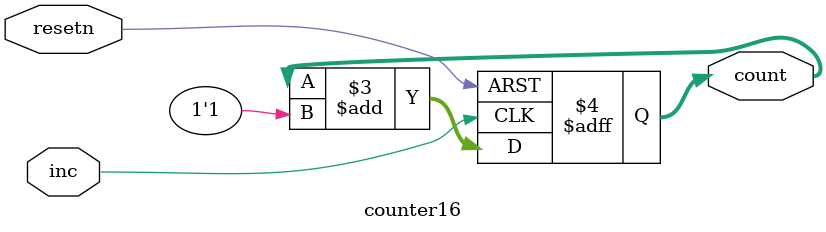
<source format=v>
`timescale 1ns / 1ps

//Verilog 16-bit Counter
module counter16(resetn, inc, count);
    input resetn, inc;
    output reg [15:0] count;
    
    always @ (posedge inc or negedge resetn) begin
        if (!resetn)
            count <= 16'b0000000000000000;
        else if (inc)
            count <= count + 1'b1;
    end //always
    
endmodule

</source>
